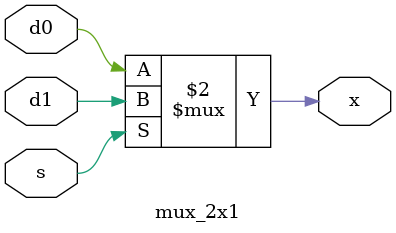
<source format=v>
`timescale 1ns / 1ps


module mux_2x1(
    input d0,
    input d1,
    input s,
    output wire x
    );
assign x=(s==0)?d0:d1;
endmodule

</source>
